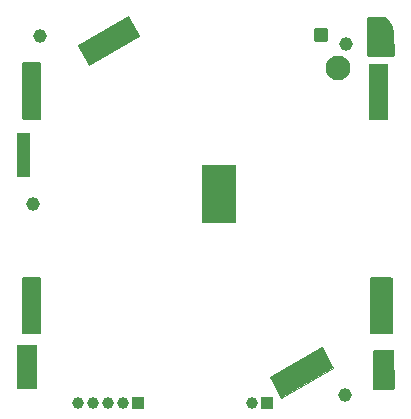
<source format=gbr>
%TF.GenerationSoftware,KiCad,Pcbnew,9.0.6*%
%TF.CreationDate,2025-12-17T14:25:04-08:00*%
%TF.ProjectId,digi_watch,64696769-5f77-4617-9463-682e6b696361,rev?*%
%TF.SameCoordinates,Original*%
%TF.FileFunction,Soldermask,Bot*%
%TF.FilePolarity,Negative*%
%FSLAX46Y46*%
G04 Gerber Fmt 4.6, Leading zero omitted, Abs format (unit mm)*
G04 Created by KiCad (PCBNEW 9.0.6) date 2025-12-17 14:25:04*
%MOMM*%
%LPD*%
G01*
G04 APERTURE LIST*
G04 Aperture macros list*
%AMRoundRect*
0 Rectangle with rounded corners*
0 $1 Rounding radius*
0 $2 $3 $4 $5 $6 $7 $8 $9 X,Y pos of 4 corners*
0 Add a 4 corners polygon primitive as box body*
4,1,4,$2,$3,$4,$5,$6,$7,$8,$9,$2,$3,0*
0 Add four circle primitives for the rounded corners*
1,1,$1+$1,$2,$3*
1,1,$1+$1,$4,$5*
1,1,$1+$1,$6,$7*
1,1,$1+$1,$8,$9*
0 Add four rect primitives between the rounded corners*
20,1,$1+$1,$2,$3,$4,$5,0*
20,1,$1+$1,$4,$5,$6,$7,0*
20,1,$1+$1,$6,$7,$8,$9,0*
20,1,$1+$1,$8,$9,$2,$3,0*%
%AMFreePoly0*
4,1,5,2.500001,-1.000000,-2.500000,-0.999999,-2.500001,1.000000,2.500000,0.999999,2.500001,-1.000000,2.500001,-1.000000,$1*%
G04 Aperture macros list end*
%ADD10C,0.100000*%
%ADD11C,2.100000*%
%ADD12C,1.152000*%
%ADD13R,1.000000X1.000000*%
%ADD14C,1.000000*%
%ADD15FreePoly0,210.000000*%
%ADD16R,3.000000X5.000000*%
%ADD17RoundRect,0.180000X0.420000X0.420000X-0.420000X0.420000X-0.420000X-0.420000X0.420000X-0.420000X0*%
G04 APERTURE END LIST*
D10*
%TO.C,BT1*%
X138826140Y-110093373D02*
X134426140Y-112643373D01*
X133426140Y-110893373D01*
X137826140Y-108343373D01*
X138826140Y-110093373D01*
G36*
X138826140Y-110093373D02*
G01*
X134426140Y-112643373D01*
X133426140Y-110893373D01*
X137826140Y-108343373D01*
X138826140Y-110093373D01*
G37*
%TD*%
D11*
%TO.C,Y4*%
X139250000Y-84700000D03*
%TD*%
D12*
%TO.C,REF\u002A\u002A*%
X114000000Y-82000000D03*
%TD*%
D13*
%TO.C,J7*%
X133200000Y-113100000D03*
D14*
X131930000Y-113100000D03*
%TD*%
D12*
%TO.C,REF\u002A\u002A*%
X113400000Y-96200000D03*
%TD*%
D15*
%TO.C,BT1*%
X119850000Y-82400000D03*
D16*
X129150000Y-95400000D03*
%TD*%
D12*
%TO.C,REF\u002A\u002A*%
X139850000Y-82700000D03*
%TD*%
D17*
%TO.C,L3*%
X137775000Y-81900000D03*
X142275000Y-81900000D03*
%TD*%
D13*
%TO.C,J2*%
X122310000Y-113050000D03*
D14*
X121040000Y-113050000D03*
X119770000Y-113050000D03*
X118500000Y-113050000D03*
X117230000Y-113050000D03*
%TD*%
D12*
%TO.C,REF\u002A\u002A*%
X139800000Y-112400000D03*
%TD*%
G36*
X113693039Y-108189261D02*
G01*
X113738794Y-108242065D01*
X113750000Y-108293576D01*
X113750000Y-111795576D01*
X113730315Y-111862615D01*
X113677511Y-111908370D01*
X113626000Y-111919576D01*
X112124000Y-111919576D01*
X112056961Y-111899891D01*
X112011206Y-111847087D01*
X112000000Y-111795576D01*
X112000000Y-108293576D01*
X112019685Y-108226537D01*
X112072489Y-108180782D01*
X112124000Y-108169576D01*
X113626000Y-108169576D01*
X113693039Y-108189261D01*
G37*
G36*
X143204213Y-80402120D02*
G01*
X143218377Y-80412722D01*
X143409317Y-80578172D01*
X143421827Y-80590682D01*
X143597320Y-80793212D01*
X143607922Y-80807375D01*
X143752805Y-81032816D01*
X143761284Y-81048345D01*
X143872608Y-81292112D01*
X143878791Y-81308688D01*
X143954290Y-81565814D01*
X143958051Y-81583102D01*
X143987399Y-81787223D01*
X143988659Y-81804165D01*
X143999191Y-83657730D01*
X143979888Y-83724881D01*
X143927345Y-83770935D01*
X143875193Y-83782435D01*
X141825889Y-83782435D01*
X141758850Y-83762750D01*
X141713095Y-83709946D01*
X141701889Y-83658435D01*
X141701889Y-80506435D01*
X141721574Y-80439396D01*
X141774378Y-80393641D01*
X141825889Y-80382435D01*
X143137174Y-80382435D01*
X143204213Y-80402120D01*
G37*
G36*
X113093039Y-90251454D02*
G01*
X113138794Y-90304258D01*
X113150000Y-90355769D01*
X113150000Y-93857769D01*
X113130315Y-93924808D01*
X113077511Y-93970563D01*
X113026000Y-93981769D01*
X112124000Y-93981769D01*
X112056961Y-93962084D01*
X112011206Y-93909280D01*
X112000000Y-93857769D01*
X112000000Y-90355769D01*
X112019685Y-90288730D01*
X112072489Y-90242975D01*
X112124000Y-90231769D01*
X113026000Y-90231769D01*
X113093039Y-90251454D01*
G37*
G36*
X143793039Y-102469685D02*
G01*
X143838794Y-102522489D01*
X143850000Y-102574000D01*
X143850000Y-107126000D01*
X143830315Y-107193039D01*
X143777511Y-107238794D01*
X143726000Y-107250000D01*
X142024000Y-107250000D01*
X141956961Y-107230315D01*
X141911206Y-107177511D01*
X141900000Y-107126000D01*
X141900000Y-102574000D01*
X141919685Y-102506961D01*
X141972489Y-102461206D01*
X142024000Y-102450000D01*
X143726000Y-102450000D01*
X143793039Y-102469685D01*
G37*
G36*
X143924424Y-108619685D02*
G01*
X143970179Y-108672489D01*
X143981383Y-108723296D01*
X143999291Y-111875296D01*
X143979988Y-111942446D01*
X143927444Y-111988500D01*
X143875293Y-112000000D01*
X142324000Y-112000000D01*
X142256961Y-111980315D01*
X142211206Y-111927511D01*
X142200000Y-111876000D01*
X142200000Y-108724000D01*
X142219685Y-108656961D01*
X142272489Y-108611206D01*
X142324000Y-108600000D01*
X143857385Y-108600000D01*
X143924424Y-108619685D01*
G37*
G36*
X114043039Y-102469685D02*
G01*
X114088794Y-102522489D01*
X114100000Y-102574000D01*
X114100000Y-107126000D01*
X114080315Y-107193039D01*
X114027511Y-107238794D01*
X113976000Y-107250000D01*
X112574000Y-107250000D01*
X112506961Y-107230315D01*
X112461206Y-107177511D01*
X112450000Y-107126000D01*
X112450000Y-102574000D01*
X112469685Y-102506961D01*
X112522489Y-102461206D01*
X112574000Y-102450000D01*
X113976000Y-102450000D01*
X114043039Y-102469685D01*
G37*
G36*
X143420161Y-84369685D02*
G01*
X143465916Y-84422489D01*
X143477122Y-84474000D01*
X143477122Y-89026000D01*
X143457437Y-89093039D01*
X143404633Y-89138794D01*
X143353122Y-89150000D01*
X141951122Y-89150000D01*
X141884083Y-89130315D01*
X141838328Y-89077511D01*
X141827122Y-89026000D01*
X141827122Y-84474000D01*
X141846807Y-84406961D01*
X141899611Y-84361206D01*
X141951122Y-84350000D01*
X143353122Y-84350000D01*
X143420161Y-84369685D01*
G37*
G36*
X114039776Y-84261979D02*
G01*
X114085531Y-84314783D01*
X114096737Y-84366294D01*
X114096737Y-88968294D01*
X114077052Y-89035333D01*
X114024248Y-89081088D01*
X113972737Y-89092294D01*
X112574000Y-89092294D01*
X112506961Y-89072609D01*
X112461206Y-89019805D01*
X112450000Y-88968294D01*
X112450000Y-84366294D01*
X112469685Y-84299255D01*
X112522489Y-84253500D01*
X112574000Y-84242294D01*
X113972737Y-84242294D01*
X114039776Y-84261979D01*
G37*
M02*

</source>
